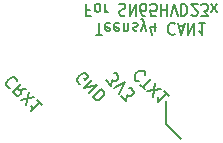
<source format=gbr>
%TF.GenerationSoftware,KiCad,Pcbnew,(6.0.5-0)*%
%TF.CreationDate,2022-10-30T23:15:50-07:00*%
%TF.ProjectId,teensy-4-can1,7465656e-7379-42d3-942d-63616e312e6b,rev?*%
%TF.SameCoordinates,PX8a12ae0PY695f190*%
%TF.FileFunction,Legend,Bot*%
%TF.FilePolarity,Positive*%
%FSLAX46Y46*%
G04 Gerber Fmt 4.6, Leading zero omitted, Abs format (unit mm)*
G04 Created by KiCad (PCBNEW (6.0.5-0)) date 2022-10-30 23:15:50*
%MOMM*%
%LPD*%
G01*
G04 APERTURE LIST*
%ADD10C,0.150000*%
G04 APERTURE END LIST*
D10*
X1349416Y37255661D02*
X1349416Y37323004D01*
X1282072Y37457691D01*
X1214729Y37525035D01*
X1080042Y37592378D01*
X945355Y37592378D01*
X844339Y37558706D01*
X675981Y37457691D01*
X574965Y37356676D01*
X473950Y37188317D01*
X440278Y37087302D01*
X440278Y36952615D01*
X507622Y36817928D01*
X574965Y36750584D01*
X709652Y36683241D01*
X776996Y36683241D01*
X2123866Y36615897D02*
X1551446Y36514882D01*
X1719805Y37019958D02*
X1012698Y36312852D01*
X1282072Y36043478D01*
X1383087Y36009806D01*
X1450431Y36009806D01*
X1551446Y36043478D01*
X1652461Y36144493D01*
X1686133Y36245508D01*
X1686133Y36312852D01*
X1652461Y36413867D01*
X1383087Y36683241D01*
X1652461Y35673088D02*
X2830973Y35908791D01*
X2123866Y35201684D02*
X2359568Y36380195D01*
X3470736Y35269027D02*
X3066675Y35673088D01*
X3268705Y35471058D02*
X2561599Y34763951D01*
X2595270Y34932310D01*
X2595270Y35066997D01*
X2561599Y35168012D01*
X13970000Y33655000D02*
X15240000Y32385000D01*
X13970000Y35560000D02*
X13970000Y33655000D01*
X8897309Y37318241D02*
X9335042Y36880508D01*
X9368713Y37385584D01*
X9469729Y37284569D01*
X9570744Y37250897D01*
X9638087Y37250897D01*
X9739103Y37284569D01*
X9907461Y37452928D01*
X9941133Y37553943D01*
X9941133Y37621287D01*
X9907461Y37722302D01*
X9705431Y37924332D01*
X9604416Y37958004D01*
X9537072Y37958004D01*
X9537072Y36678478D02*
X10479881Y37149882D01*
X10008477Y36207073D01*
X10176835Y36038714D02*
X10614568Y35600982D01*
X10648240Y36106058D01*
X10749255Y36005043D01*
X10850270Y35971371D01*
X10917614Y35971371D01*
X11018629Y36005043D01*
X11186988Y36173401D01*
X11220660Y36274417D01*
X11220660Y36341760D01*
X11186988Y36442775D01*
X10984957Y36644806D01*
X10883942Y36678478D01*
X10816599Y36678478D01*
X6727698Y37015195D02*
X6626683Y37048867D01*
X6525668Y37149882D01*
X6458324Y37284569D01*
X6458324Y37419256D01*
X6491996Y37520271D01*
X6593011Y37688630D01*
X6694026Y37789645D01*
X6862385Y37890661D01*
X6963400Y37924332D01*
X7098087Y37924332D01*
X7232774Y37856989D01*
X7300118Y37789645D01*
X7367461Y37654958D01*
X7367461Y37587615D01*
X7131759Y37351913D01*
X6997072Y37486600D01*
X7737851Y37351913D02*
X7030744Y36644806D01*
X8141912Y36947852D01*
X7434805Y36240745D01*
X8478629Y36611134D02*
X7771522Y35904027D01*
X7939881Y35735669D01*
X8074568Y35668325D01*
X8209255Y35668325D01*
X8310270Y35701997D01*
X8478629Y35803012D01*
X8579644Y35904027D01*
X8680660Y36072386D01*
X8714331Y36173401D01*
X8714331Y36308088D01*
X8646988Y36442775D01*
X8478629Y36611134D01*
X12228595Y37806481D02*
X12228595Y37873825D01*
X12161251Y38008512D01*
X12093908Y38075855D01*
X11959221Y38143199D01*
X11824534Y38143199D01*
X11723519Y38109527D01*
X11555160Y38008512D01*
X11454145Y37907497D01*
X11353129Y37739138D01*
X11319458Y37638123D01*
X11319458Y37503436D01*
X11386801Y37368749D01*
X11454145Y37301405D01*
X11588832Y37234062D01*
X11656175Y37234062D01*
X11790862Y36964688D02*
X12194923Y36560626D01*
X12700000Y37469764D02*
X11992893Y36762657D01*
X12363282Y36392268D02*
X13541793Y36627970D01*
X12834687Y35920863D02*
X13070389Y37099375D01*
X14181557Y35988207D02*
X13777496Y36392268D01*
X13979526Y36190237D02*
X13272419Y35483130D01*
X13306091Y35651489D01*
X13306091Y35786176D01*
X13272419Y35887191D01*
X8050000Y41192381D02*
X8564285Y41192381D01*
X8307142Y42192381D02*
X8307142Y41192381D01*
X9207142Y42144762D02*
X9121428Y42192381D01*
X8950000Y42192381D01*
X8864285Y42144762D01*
X8821428Y42049524D01*
X8821428Y41668572D01*
X8864285Y41573334D01*
X8950000Y41525715D01*
X9121428Y41525715D01*
X9207142Y41573334D01*
X9250000Y41668572D01*
X9250000Y41763810D01*
X8821428Y41859048D01*
X9978571Y42144762D02*
X9892857Y42192381D01*
X9721428Y42192381D01*
X9635714Y42144762D01*
X9592857Y42049524D01*
X9592857Y41668572D01*
X9635714Y41573334D01*
X9721428Y41525715D01*
X9892857Y41525715D01*
X9978571Y41573334D01*
X10021428Y41668572D01*
X10021428Y41763810D01*
X9592857Y41859048D01*
X10407142Y41525715D02*
X10407142Y42192381D01*
X10407142Y41620953D02*
X10450000Y41573334D01*
X10535714Y41525715D01*
X10664285Y41525715D01*
X10750000Y41573334D01*
X10792857Y41668572D01*
X10792857Y42192381D01*
X11178571Y42144762D02*
X11264285Y42192381D01*
X11435714Y42192381D01*
X11521428Y42144762D01*
X11564285Y42049524D01*
X11564285Y42001905D01*
X11521428Y41906667D01*
X11435714Y41859048D01*
X11307142Y41859048D01*
X11221428Y41811429D01*
X11178571Y41716191D01*
X11178571Y41668572D01*
X11221428Y41573334D01*
X11307142Y41525715D01*
X11435714Y41525715D01*
X11521428Y41573334D01*
X11864285Y41525715D02*
X12078571Y42192381D01*
X12292857Y41525715D02*
X12078571Y42192381D01*
X11992857Y42430477D01*
X11950000Y42478096D01*
X11864285Y42525715D01*
X13021428Y41525715D02*
X13021428Y42192381D01*
X12807142Y41144762D02*
X12592857Y41859048D01*
X13150000Y41859048D01*
X14692857Y42097143D02*
X14650000Y42144762D01*
X14521428Y42192381D01*
X14435714Y42192381D01*
X14307142Y42144762D01*
X14221428Y42049524D01*
X14178571Y41954286D01*
X14135714Y41763810D01*
X14135714Y41620953D01*
X14178571Y41430477D01*
X14221428Y41335239D01*
X14307142Y41240000D01*
X14435714Y41192381D01*
X14521428Y41192381D01*
X14650000Y41240000D01*
X14692857Y41287620D01*
X15035714Y41906667D02*
X15464285Y41906667D01*
X14950000Y42192381D02*
X15250000Y41192381D01*
X15550000Y42192381D01*
X15850000Y42192381D02*
X15850000Y41192381D01*
X16364285Y42192381D01*
X16364285Y41192381D01*
X17264285Y42192381D02*
X16750000Y42192381D01*
X17007142Y42192381D02*
X17007142Y41192381D01*
X16921428Y41335239D01*
X16835714Y41430477D01*
X16750000Y41478096D01*
X7514285Y43278572D02*
X7214285Y43278572D01*
X7214285Y43802381D02*
X7214285Y42802381D01*
X7642857Y42802381D01*
X8114285Y43802381D02*
X8028571Y43754762D01*
X7985714Y43707143D01*
X7942857Y43611905D01*
X7942857Y43326191D01*
X7985714Y43230953D01*
X8028571Y43183334D01*
X8114285Y43135715D01*
X8242857Y43135715D01*
X8328571Y43183334D01*
X8371428Y43230953D01*
X8414285Y43326191D01*
X8414285Y43611905D01*
X8371428Y43707143D01*
X8328571Y43754762D01*
X8242857Y43802381D01*
X8114285Y43802381D01*
X8800000Y43802381D02*
X8800000Y43135715D01*
X8800000Y43326191D02*
X8842857Y43230953D01*
X8885714Y43183334D01*
X8971428Y43135715D01*
X9057142Y43135715D01*
X10000000Y43754762D02*
X10128571Y43802381D01*
X10342857Y43802381D01*
X10428571Y43754762D01*
X10471428Y43707143D01*
X10514285Y43611905D01*
X10514285Y43516667D01*
X10471428Y43421429D01*
X10428571Y43373810D01*
X10342857Y43326191D01*
X10171428Y43278572D01*
X10085714Y43230953D01*
X10042857Y43183334D01*
X10000000Y43088096D01*
X10000000Y42992858D01*
X10042857Y42897620D01*
X10085714Y42850000D01*
X10171428Y42802381D01*
X10385714Y42802381D01*
X10514285Y42850000D01*
X10900000Y43802381D02*
X10900000Y42802381D01*
X11414285Y43802381D01*
X11414285Y42802381D01*
X12228571Y42802381D02*
X12057142Y42802381D01*
X11971428Y42850000D01*
X11928571Y42897620D01*
X11842857Y43040477D01*
X11800000Y43230953D01*
X11800000Y43611905D01*
X11842857Y43707143D01*
X11885714Y43754762D01*
X11971428Y43802381D01*
X12142857Y43802381D01*
X12228571Y43754762D01*
X12271428Y43707143D01*
X12314285Y43611905D01*
X12314285Y43373810D01*
X12271428Y43278572D01*
X12228571Y43230953D01*
X12142857Y43183334D01*
X11971428Y43183334D01*
X11885714Y43230953D01*
X11842857Y43278572D01*
X11800000Y43373810D01*
X13128571Y42802381D02*
X12700000Y42802381D01*
X12657142Y43278572D01*
X12700000Y43230953D01*
X12785714Y43183334D01*
X13000000Y43183334D01*
X13085714Y43230953D01*
X13128571Y43278572D01*
X13171428Y43373810D01*
X13171428Y43611905D01*
X13128571Y43707143D01*
X13085714Y43754762D01*
X13000000Y43802381D01*
X12785714Y43802381D01*
X12700000Y43754762D01*
X12657142Y43707143D01*
X13557142Y43802381D02*
X13557142Y42802381D01*
X13557142Y43278572D02*
X14071428Y43278572D01*
X14071428Y43802381D02*
X14071428Y42802381D01*
X14371428Y42802381D02*
X14671428Y43802381D01*
X14971428Y42802381D01*
X15271428Y43802381D02*
X15271428Y42802381D01*
X15485714Y42802381D01*
X15614285Y42850000D01*
X15700000Y42945239D01*
X15742857Y43040477D01*
X15785714Y43230953D01*
X15785714Y43373810D01*
X15742857Y43564286D01*
X15700000Y43659524D01*
X15614285Y43754762D01*
X15485714Y43802381D01*
X15271428Y43802381D01*
X16128571Y42897620D02*
X16171428Y42850000D01*
X16257142Y42802381D01*
X16471428Y42802381D01*
X16557142Y42850000D01*
X16600000Y42897620D01*
X16642857Y42992858D01*
X16642857Y43088096D01*
X16600000Y43230953D01*
X16085714Y43802381D01*
X16642857Y43802381D01*
X16942857Y42802381D02*
X17500000Y42802381D01*
X17200000Y43183334D01*
X17328571Y43183334D01*
X17414285Y43230953D01*
X17457142Y43278572D01*
X17500000Y43373810D01*
X17500000Y43611905D01*
X17457142Y43707143D01*
X17414285Y43754762D01*
X17328571Y43802381D01*
X17071428Y43802381D01*
X16985714Y43754762D01*
X16942857Y43707143D01*
X17800000Y43802381D02*
X18271428Y43135715D01*
X17800000Y43135715D02*
X18271428Y43802381D01*
M02*

</source>
